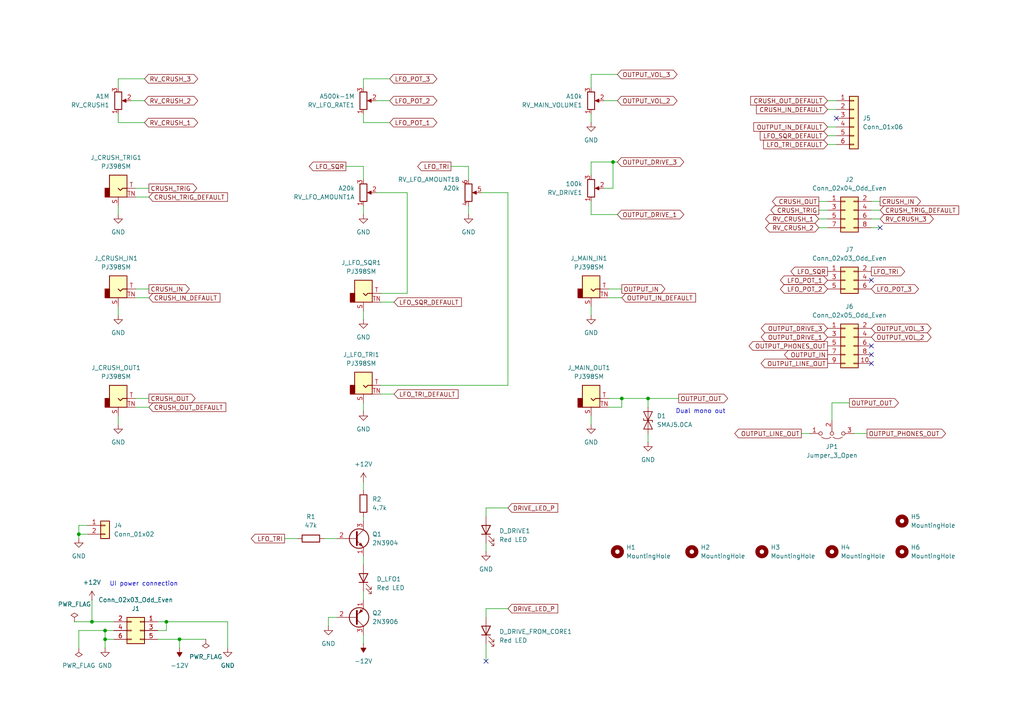
<source format=kicad_sch>
(kicad_sch (version 20250114) (generator "eeschema") (generator_version "9.0")
  (paper "A4")
  (title_block (title "Hog Moduleur Sidechain Mixer UI") (date "2025-10-24") (rev "v0.2") (company "Shmøergh"))
  (lib_symbols
    (symbol "Connector_Generic:Conn_01x02" (pin_names (offset 1.016) (hide yes))
      (property "Reference" "J" (at 0 2.54 0))
      (property "Value" "Conn_01x02" (at 0 -5.08 0))
      (symbol "Conn_01x02_1_1"
        (rectangle (start -1.27 1.27) (end 1.27 -3.81) (stroke (width 0.254)) (fill (type background)))
        (rectangle (start -1.27 0.127) (end 0 -0.127) (stroke (width 0.1524)))
        (rectangle (start -1.27 -2.413) (end 0 -2.667) (stroke (width 0.1524)))
        (pin passive line (at -5.08 0 0) (length 3.81) (name "Pin_1") (number "1"))
        (pin passive line (at -5.08 -2.54 0) (length 3.81) (name "Pin_2") (number "2"))
      )
    )
    (symbol "Connector_Generic:Conn_01x06" (pin_names (offset 1.016) (hide yes))
      (property "Reference" "J" (at 0 7.62 0))
      (property "Value" "Conn_01x06" (at 0 -10.16 0))
      (symbol "Conn_01x06_1_1"
        (rectangle (start -1.27 6.35) (end 1.27 -8.89) (stroke (width 0.254)) (fill (type background)))
        (rectangle (start -1.27 5.207) (end 0 4.953) (stroke (width 0.1524)))
        (rectangle (start -1.27 2.667) (end 0 2.413) (stroke (width 0.1524)))
        (rectangle (start -1.27 0.127) (end 0 -0.127) (stroke (width 0.1524)))
        (rectangle (start -1.27 -2.413) (end 0 -2.667) (stroke (width 0.1524)))
        (rectangle (start -1.27 -4.953) (end 0 -5.207) (stroke (width 0.1524)))
        (rectangle (start -1.27 -7.493) (end 0 -7.747) (stroke (width 0.1524)))
        (pin passive line (at -5.08 5.08 0) (length 3.81) (name "Pin_1") (number "1"))
        (pin passive line (at -5.08 2.54 0) (length 3.81) (name "Pin_2") (number "2"))
        (pin passive line (at -5.08 0 0) (length 3.81) (name "Pin_3") (number "3"))
        (pin passive line (at -5.08 -2.54 0) (length 3.81) (name "Pin_4") (number "4"))
        (pin passive line (at -5.08 -5.08 0) (length 3.81) (name "Pin_5") (number "5"))
        (pin passive line (at -5.08 -7.62 0) (length 3.81) (name "Pin_6") (number "6"))
      )
    )
    (symbol "Connector_Generic:Conn_02x03_Odd_Even" (pin_names (offset 1.016) (hide yes))
      (property "Reference" "J" (at 1.27 5.08 0))
      (property "Value" "Conn_02x03_Odd_Even" (at 1.27 -5.08 0))
      (symbol "Conn_02x03_Odd_Even_1_1"
        (rectangle (start -1.27 3.81) (end 3.81 -3.81) (stroke (width 0.254)) (fill (type background)))
        (rectangle (start -1.27 2.667) (end 0 2.413) (stroke (width 0.1524)))
        (rectangle (start -1.27 0.127) (end 0 -0.127) (stroke (width 0.1524)))
        (rectangle (start -1.27 -2.413) (end 0 -2.667) (stroke (width 0.1524)))
        (rectangle (start 3.81 2.667) (end 2.54 2.413) (stroke (width 0.1524)))
        (rectangle (start 3.81 0.127) (end 2.54 -0.127) (stroke (width 0.1524)))
        (rectangle (start 3.81 -2.413) (end 2.54 -2.667) (stroke (width 0.1524)))
        (pin passive line (at -5.08 2.54 0) (length 3.81) (name "Pin_1") (number "1"))
        (pin passive line (at -5.08 0 0) (length 3.81) (name "Pin_3") (number "3"))
        (pin passive line (at -5.08 -2.54 0) (length 3.81) (name "Pin_5") (number "5"))
        (pin passive line (at 7.62 2.54 180) (length 3.81) (name "Pin_2") (number "2"))
        (pin passive line (at 7.62 0 180) (length 3.81) (name "Pin_4") (number "4"))
        (pin passive line (at 7.62 -2.54 180) (length 3.81) (name "Pin_6") (number "6"))
      )
    )
    (symbol "Connector_Generic:Conn_02x04_Odd_Even" (pin_names (offset 1.016) (hide yes))
      (property "Reference" "J" (at 1.27 5.08 0))
      (property "Value" "Conn_02x04_Odd_Even" (at 1.27 -7.62 0))
      (symbol "Conn_02x04_Odd_Even_1_1"
        (rectangle (start -1.27 3.81) (end 3.81 -6.35) (stroke (width 0.254)) (fill (type background)))
        (rectangle (start -1.27 2.667) (end 0 2.413) (stroke (width 0.1524)))
        (rectangle (start -1.27 0.127) (end 0 -0.127) (stroke (width 0.1524)))
        (rectangle (start -1.27 -2.413) (end 0 -2.667) (stroke (width 0.1524)))
        (rectangle (start -1.27 -4.953) (end 0 -5.207) (stroke (width 0.1524)))
        (rectangle (start 3.81 2.667) (end 2.54 2.413) (stroke (width 0.1524)))
        (rectangle (start 3.81 0.127) (end 2.54 -0.127) (stroke (width 0.1524)))
        (rectangle (start 3.81 -2.413) (end 2.54 -2.667) (stroke (width 0.1524)))
        (rectangle (start 3.81 -4.953) (end 2.54 -5.207) (stroke (width 0.1524)))
        (pin passive line (at -5.08 2.54 0) (length 3.81) (name "Pin_1") (number "1"))
        (pin passive line (at -5.08 0 0) (length 3.81) (name "Pin_3") (number "3"))
        (pin passive line (at -5.08 -2.54 0) (length 3.81) (name "Pin_5") (number "5"))
        (pin passive line (at -5.08 -5.08 0) (length 3.81) (name "Pin_7") (number "7"))
        (pin passive line (at 7.62 2.54 180) (length 3.81) (name "Pin_2") (number "2"))
        (pin passive line (at 7.62 0 180) (length 3.81) (name "Pin_4") (number "4"))
        (pin passive line (at 7.62 -2.54 180) (length 3.81) (name "Pin_6") (number "6"))
        (pin passive line (at 7.62 -5.08 180) (length 3.81) (name "Pin_8") (number "8"))
      )
    )
    (symbol "Connector_Generic:Conn_02x05_Odd_Even" (pin_names (offset 1.016) (hide yes))
      (property "Reference" "J" (at 1.27 7.62 0))
      (property "Value" "Conn_02x05_Odd_Even" (at 1.27 -7.62 0))
      (symbol "Conn_02x05_Odd_Even_1_1"
        (rectangle (start -1.27 6.35) (end 3.81 -6.35) (stroke (width 0.254)) (fill (type background)))
        (rectangle (start -1.27 5.207) (end 0 4.953) (stroke (width 0.1524)))
        (rectangle (start -1.27 2.667) (end 0 2.413) (stroke (width 0.1524)))
        (rectangle (start -1.27 0.127) (end 0 -0.127) (stroke (width 0.1524)))
        (rectangle (start -1.27 -2.413) (end 0 -2.667) (stroke (width 0.1524)))
        (rectangle (start -1.27 -4.953) (end 0 -5.207) (stroke (width 0.1524)))
        (rectangle (start 3.81 5.207) (end 2.54 4.953) (stroke (width 0.1524)))
        (rectangle (start 3.81 2.667) (end 2.54 2.413) (stroke (width 0.1524)))
        (rectangle (start 3.81 0.127) (end 2.54 -0.127) (stroke (width 0.1524)))
        (rectangle (start 3.81 -2.413) (end 2.54 -2.667) (stroke (width 0.1524)))
        (rectangle (start 3.81 -4.953) (end 2.54 -5.207) (stroke (width 0.1524)))
        (pin passive line (at -5.08 5.08 0) (length 3.81) (name "Pin_1") (number "1"))
        (pin passive line (at -5.08 2.54 0) (length 3.81) (name "Pin_3") (number "3"))
        (pin passive line (at -5.08 0 0) (length 3.81) (name "Pin_5") (number "5"))
        (pin passive line (at -5.08 -2.54 0) (length 3.81) (name "Pin_7") (number "7"))
        (pin passive line (at -5.08 -5.08 0) (length 3.81) (name "Pin_9") (number "9"))
        (pin passive line (at 7.62 5.08 180) (length 3.81) (name "Pin_2") (number "2"))
        (pin passive line (at 7.62 2.54 180) (length 3.81) (name "Pin_4") (number "4"))
        (pin passive line (at 7.62 0 180) (length 3.81) (name "Pin_6") (number "6"))
        (pin passive line (at 7.62 -2.54 180) (length 3.81) (name "Pin_8") (number "8"))
        (pin passive line (at 7.62 -5.08 180) (length 3.81) (name "Pin_10") (number "10"))
      )
    )
    (symbol "Device:LED" (pin_numbers (hide yes)) (pin_names (offset 1.016) (hide yes))
      (property "Reference" "D" (at 0 2.54 0))
      (property "Value" "LED" (at 0 -2.54 0))
      (symbol "LED_0_1"
        (polyline (pts (xy -3.048 -0.762) (xy -4.572 -2.286) (xy -3.81 -2.286) (xy -4.572 -2.286) (xy -4.572 -1.524)))
        (polyline (pts (xy -1.778 -0.762) (xy -3.302 -2.286) (xy -2.54 -2.286) (xy -3.302 -2.286) (xy -3.302 -1.524)))
        (polyline (pts (xy -1.27 0) (xy 1.27 0)))
        (polyline (pts (xy -1.27 -1.27) (xy -1.27 1.27)) (stroke (width 0.254)))
        (polyline (pts (xy 1.27 -1.27) (xy 1.27 1.27) (xy -1.27 0) (xy 1.27 -1.27)) (stroke (width 0.254)))
      )
      (symbol "LED_1_1"
        (pin passive line (at -3.81 0 0) (length 2.54) (name "K") (number "1"))
        (pin passive line (at 3.81 0 180) (length 2.54) (name "A") (number "2"))
      )
    )
    (symbol "Device:R" (pin_numbers (hide yes)) (pin_names (offset 0))
      (property "Reference" "R" (at 2.032 0 90))
      (property "Value" "R" (at 0 0 90))
      (symbol "R_0_1"
        (rectangle (start -1.016 -2.54) (end 1.016 2.54) (stroke (width 0.254)))
      )
      (symbol "R_1_1"
        (pin passive line (at 0 3.81 270) (length 1.27) (name "~") (number "1"))
        (pin passive line (at 0 -3.81 90) (length 1.27) (name "~") (number "2"))
      )
    )
    (symbol "Device:R_Potentiometer" (pin_names (offset 1.016) (hide yes))
      (property "Reference" "RV" (at -4.445 0 90))
      (property "Value" "R_Potentiometer" (at -2.54 0 90))
      (symbol "R_Potentiometer_0_1"
        (rectangle (start 1.016 2.54) (end -1.016 -2.54) (stroke (width 0.254)))
        (polyline (pts (xy 1.143 0) (xy 2.286 0.508) (xy 2.286 -0.508) (xy 1.143 0)) (fill (type outline)))
        (polyline (pts (xy 2.54 0) (xy 1.524 0)))
      )
      (symbol "R_Potentiometer_1_1"
        (pin passive line (at 0 3.81 270) (length 1.27) (name "1") (number "1"))
        (pin passive line (at 0 -3.81 90) (length 1.27) (name "3") (number "3"))
        (pin passive line (at 3.81 0 180) (length 1.27) (name "2") (number "2"))
      )
    )
    (symbol "Device:R_Potentiometer_Dual_Separate" (pin_names (offset 1.016) (hide yes))
      (property "Reference" "RV" (at -4.445 0 90))
      (property "Value" "R_Potentiometer_Dual_Separate" (at -2.54 0 90))
      (symbol "R_Potentiometer_Dual_Separate_0_1"
        (rectangle (start 1.016 2.54) (end -1.016 -2.54) (stroke (width 0.254)))
        (polyline (pts (xy 1.143 0) (xy 2.286 0.508) (xy 2.286 -0.508) (xy 1.143 0)) (fill (type outline)))
        (polyline (pts (xy 2.54 0) (xy 1.524 0)))
      )
      (symbol "R_Potentiometer_Dual_Separate_1_1"
        (pin passive line (at 0 3.81 270) (length 1.27) (name "1") (number "1"))
        (pin passive line (at 0 -3.81 90) (length 1.27) (name "3") (number "3"))
        (pin passive line (at 3.81 0 180) (length 1.27) (name "2") (number "2"))
      )
      (symbol "R_Potentiometer_Dual_Separate_2_1"
        (pin passive line (at 0 3.81 270) (length 1.27) (name "4") (number "4"))
        (pin passive line (at 0 -3.81 90) (length 1.27) (name "6") (number "6"))
        (pin passive line (at 3.81 0 180) (length 1.27) (name "5") (number "5"))
      )
    )
    (symbol "Diode:SMAJ5.0CA" (pin_numbers (hide yes)) (pin_names (offset 1.016) (hide yes))
      (property "Reference" "D" (at 0 2.54 0))
      (property "Value" "SMAJ5.0CA" (at 0 -2.54 0))
      (symbol "SMAJ5.0CA_0_1"
        (polyline (pts (xy -2.54 -1.27) (xy 0 0) (xy -2.54 1.27) (xy -2.54 -1.27)) (stroke (width 0.2032)))
        (polyline (pts (xy 0.508 1.27) (xy 0 1.27) (xy 0 -1.27) (xy -0.508 -1.27)) (stroke (width 0.2032)))
        (polyline (pts (xy 1.27 0) (xy -1.27 0)))
        (polyline (pts (xy 2.54 1.27) (xy 2.54 -1.27) (xy 0 0) (xy 2.54 1.27)) (stroke (width 0.2032)))
      )
      (symbol "SMAJ5.0CA_1_1"
        (pin passive line (at -3.81 0 0) (length 2.54) (name "A1") (number "1"))
        (pin passive line (at 3.81 0 180) (length 2.54) (name "A2") (number "2"))
      )
    )
    (symbol "Jumper:Jumper_3_Open" (pin_names (offset 0) (hide yes)) (in_bom no)
      (property "Reference" "JP" (at -2.54 -2.54 0))
      (property "Value" "Jumper_3_Open" (at 0 2.794 0))
      (symbol "Jumper_3_Open_0_0"
        (circle (center -3.302 0) (radius 0.508))
        (circle (center 0 0) (radius 0.508))
        (circle (center 3.302 0) (radius 0.508))
      )
      (symbol "Jumper_3_Open_0_1"
        (arc (start -3.048 1.016) (mid -1.651 1.4992) (end -0.254 1.016))
        (polyline (pts (xy 0 -0.508) (xy 0 -1.27)))
        (arc (start 0.254 1.016) (mid 1.651 1.4992) (end 3.048 1.016))
      )
      (symbol "Jumper_3_Open_1_1"
        (pin passive line (at -6.35 0 0) (length 2.54) (name "A") (number "1"))
        (pin passive line (at 0 -3.81 90) (length 2.54) (name "C") (number "2"))
        (pin passive line (at 6.35 0 180) (length 2.54) (name "B") (number "3"))
      )
    )
    (symbol "Mechanical:MountingHole" (pin_names (offset 1.016)) (in_bom no)
      (property "Reference" "H" (at 0 5.08 0))
      (property "Value" "MountingHole" (at 0 3.175 0))
      (symbol "MountingHole_0_1"
        (circle (center 0 0) (radius 1.27) (stroke (width 1.27)))
      )
    )
    (symbol "Shmoergh-Custom-Components:AudioJack2_Thonkiconn_S"
      (property "Reference" "J" (at 0 8.89 0))
      (property "Value" "AudioJack2_Thonkiconn" (at 0 6.35 0))
      (symbol "AudioJack2_Thonkiconn_S_0_1"
        (rectangle (start -2.54 -2.54) (end -3.81 0) (stroke (width 0.254)) (fill (type outline)))
        (polyline (pts (xy 0 0) (xy 0.635 -0.635) (xy 1.27 0) (xy 2.54 0)) (stroke (width 0.254)))
        (rectangle (start 2.54 3.81) (end -2.54 -2.54) (stroke (width 0.254)) (fill (type background)))
      )
      (symbol "AudioJack2_Thonkiconn_S_1_1"
        (pin passive line (at 0 -5.08 90) (length 2.54) (name "~") (number "S"))
        (pin bidirectional line (at 5.08 0 180) (length 2.54) (name "~") (number "T"))
        (pin passive line (at 5.08 -2.54 180) (length 2.54) (name "~") (number "TN"))
      )
    )
    (symbol "Transistor_BJT:2N3904" (pin_names (offset 0) (hide yes))
      (property "Reference" "Q" (at 5.08 1.905 0))
      (property "Value" "2N3904" (at 5.08 0 0))
      (symbol "2N3904_0_1"
        (polyline (pts (xy -2.54 0) (xy 0.635 0)))
        (polyline (pts (xy 0.635 1.905) (xy 0.635 -1.905)) (stroke (width 0.508)))
        (circle (center 1.27 0) (radius 2.8194) (stroke (width 0.254)))
      )
      (symbol "2N3904_1_1"
        (polyline (pts (xy 0.635 0.635) (xy 2.54 2.54)))
        (polyline (pts (xy 0.635 -0.635) (xy 2.54 -2.54)))
        (polyline (pts (xy 1.27 -1.778) (xy 1.778 -1.27) (xy 2.286 -2.286) (xy 1.27 -1.778)) (fill (type outline)))
        (pin input line (at -5.08 0 0) (length 2.54) (name "B") (number "2"))
        (pin passive line (at 2.54 5.08 270) (length 2.54) (name "C") (number "3"))
        (pin passive line (at 2.54 -5.08 90) (length 2.54) (name "E") (number "1"))
      )
    )
    (symbol "Transistor_BJT:2N3906" (pin_names (offset 0) (hide yes))
      (property "Reference" "Q" (at 5.08 1.905 0))
      (property "Value" "2N3906" (at 5.08 0 0))
      (symbol "2N3906_0_1"
        (polyline (pts (xy -2.54 0) (xy 0.635 0)))
        (polyline (pts (xy 0.635 1.905) (xy 0.635 -1.905)) (stroke (width 0.508)))
        (polyline (pts (xy 0.635 0.635) (xy 2.54 2.54)))
        (polyline (pts (xy 0.635 -0.635) (xy 2.54 -2.54)))
        (circle (center 1.27 0) (radius 2.8194) (stroke (width 0.254)))
        (polyline (pts (xy 2.286 -1.778) (xy 1.778 -2.286) (xy 1.27 -1.27) (xy 2.286 -1.778)) (fill (type outline)))
      )
      (symbol "2N3906_1_1"
        (pin input line (at -5.08 0 0) (length 2.54) (name "B") (number "2"))
        (pin passive line (at 2.54 5.08 270) (length 2.54) (name "C") (number "3"))
        (pin passive line (at 2.54 -5.08 90) (length 2.54) (name "E") (number "1"))
      )
    )
    (symbol "power:+12V" (power) (pin_numbers (hide yes)) (pin_names (offset 0) (hide yes))
      (property "Value" "+12V" (at 0 3.556 0))
      (symbol "+12V_0_1"
        (polyline (pts (xy -0.762 1.27) (xy 0 2.54)))
        (polyline (pts (xy 0 2.54) (xy 0.762 1.27)))
        (polyline (pts (xy 0 0) (xy 0 2.54)))
      )
      (symbol "+12V_1_1"
        (pin power_in line (at 0 0 90) (length 0) (name "~") (number "1"))
      )
    )
    (symbol "power:-12V" (power) (pin_numbers (hide yes)) (pin_names (offset 0) (hide yes))
      (property "Value" "-12V" (at 0 3.556 0))
      (symbol "-12V_0_0"
        (pin power_in line (at 0 0 90) (length 0) (name "~") (number "1"))
      )
      (symbol "-12V_0_1"
        (polyline (pts (xy 0 0) (xy 0 1.27) (xy 0.762 1.27) (xy 0 2.54) (xy -0.762 1.27) (xy 0 1.27)) (fill (type outline)))
      )
    )
    (symbol "power:GND" (power) (pin_numbers (hide yes)) (pin_names (offset 0) (hide yes))
      (property "Value" "GND" (at 0 -3.81 0))
      (symbol "GND_0_1"
        (polyline (pts (xy 0 0) (xy 0 -1.27) (xy 1.27 -1.27) (xy 0 -2.54) (xy -1.27 -1.27) (xy 0 -1.27)))
      )
      (symbol "GND_1_1"
        (pin power_in line (at 0 0 270) (length 0) (name "~") (number "1"))
      )
    )
    (symbol "power:PWR_FLAG" (power) (pin_numbers (hide yes)) (pin_names (offset 0) (hide yes))
      (property "Value" "PWR_FLAG" (at 0 3.81 0))
      (symbol "PWR_FLAG_0_0"
        (pin power_out line (at 0 0 90) (length 0) (name "~") (number "1"))
      )
      (symbol "PWR_FLAG_0_1"
        (polyline (pts (xy 0 0) (xy 0 1.27) (xy -1.016 1.905) (xy 0 2.54) (xy 1.016 1.905) (xy 0 1.27)))
      )
    )
  )
  (text "Dual mono out" (at 203.2 119.38 0) (effects (font (size 1.27 1.27))))
  (text "UI power connection" (at 31.75 170.18 0) (effects (font (size 1.27 1.27)) (justify left bottom)))
  (junction (at 177.8 46.99))
  (junction (at 22.86 154.94))
  (junction (at 30.48 182.88))
  (junction (at 180.34 115.57))
  (junction (at 52.07 185.42))
  (junction (at 187.96 115.57))
  (junction (at 48.26 180.34))
  (junction (at 26.67 180.34))
  (junction (at 30.48 185.42))
  (no_connect (at 140.97 191.77))
  (no_connect (at 252.73 81.28))
  (no_connect (at 255.27 66.04))
  (no_connect (at 242.57 34.29))
  (no_connect (at 252.73 102.87))
  (no_connect (at 252.73 105.41))
  (no_connect (at 252.73 100.33))
  (wire (pts (xy 246.38 116.84) (xy 241.3 116.84)))
  (wire (pts (xy 114.3 87.63) (xy 110.49 87.63)))
  (wire (pts (xy 255.27 60.96) (xy 252.73 60.96)))
  (wire (pts (xy 187.96 115.57) (xy 196.85 115.57)))
  (wire (pts (xy 52.07 187.96) (xy 52.07 185.42)))
  (wire (pts (xy 237.49 58.42) (xy 240.03 58.42)))
  (wire (pts (xy 105.41 22.86) (xy 105.41 25.4)))
  (wire (pts (xy 105.41 173.99) (xy 105.41 171.45)))
  (wire (pts (xy 237.49 66.04) (xy 240.03 66.04)))
  (wire (pts (xy 113.03 22.86) (xy 105.41 22.86)))
  (wire (pts (xy 105.41 149.86) (xy 105.41 151.13)))
  (wire (pts (xy 43.18 118.11) (xy 39.37 118.11)))
  (wire (pts (xy 59.69 185.42) (xy 52.07 185.42)))
  (wire (pts (xy 135.89 59.69) (xy 135.89 62.23)))
  (wire (pts (xy 100.33 48.26) (xy 105.41 48.26)))
  (wire (pts (xy 45.72 185.42) (xy 52.07 185.42)))
  (wire (pts (xy 39.37 83.82) (xy 43.18 83.82)))
  (wire (pts (xy 240.03 41.91) (xy 242.57 41.91)))
  (wire (pts (xy 237.49 63.5) (xy 240.03 63.5)))
  (wire (pts (xy 171.45 62.23) (xy 171.45 58.42)))
  (wire (pts (xy 105.41 59.69) (xy 105.41 62.23)))
  (wire (pts (xy 22.86 154.94) (xy 25.4 154.94)))
  (wire (pts (xy 34.29 22.86) (xy 34.29 25.4)))
  (wire (pts (xy 43.18 57.15) (xy 39.37 57.15)))
  (wire (pts (xy 176.53 115.57) (xy 180.34 115.57)))
  (wire (pts (xy 180.34 115.57) (xy 187.96 115.57)))
  (wire (pts (xy 105.41 163.83) (xy 105.41 161.29)))
  (wire (pts (xy 26.67 180.34) (xy 33.02 180.34)))
  (wire (pts (xy 39.37 54.61) (xy 43.18 54.61)))
  (wire (pts (xy 240.03 31.75) (xy 242.57 31.75)))
  (wire (pts (xy 255.27 58.42) (xy 252.73 58.42)))
  (wire (pts (xy 82.55 156.21) (xy 86.36 156.21)))
  (wire (pts (xy 147.32 55.88) (xy 147.32 111.76)))
  (wire (pts (xy 25.4 152.4) (xy 22.86 152.4)))
  (wire (pts (xy 43.18 86.36) (xy 39.37 86.36)))
  (wire (pts (xy 105.41 90.17) (xy 105.41 92.71)))
  (wire (pts (xy 93.98 156.21) (xy 97.79 156.21)))
  (wire (pts (xy 171.45 120.65) (xy 171.45 123.19)))
  (wire (pts (xy 105.41 48.26) (xy 105.41 52.07)))
  (wire (pts (xy 114.3 114.3) (xy 110.49 114.3)))
  (wire (pts (xy 187.96 128.27) (xy 187.96 125.73)))
  (wire (pts (xy 105.41 116.84) (xy 105.41 119.38)))
  (wire (pts (xy 187.96 115.57) (xy 187.96 118.11)))
  (wire (pts (xy 240.03 36.83) (xy 242.57 36.83)))
  (wire (pts (xy 109.22 29.21) (xy 113.03 29.21)))
  (wire (pts (xy 171.45 88.9) (xy 171.45 91.44)))
  (wire (pts (xy 109.22 55.88) (xy 118.11 55.88)))
  (wire (pts (xy 22.86 152.4) (xy 22.86 154.94)))
  (wire (pts (xy 39.37 115.57) (xy 43.18 115.57)))
  (wire (pts (xy 26.67 173.99) (xy 26.67 180.34)))
  (wire (pts (xy 110.49 111.76) (xy 147.32 111.76)))
  (wire (pts (xy 176.53 83.82) (xy 180.34 83.82)))
  (wire (pts (xy 34.29 35.56) (xy 34.29 33.02)))
  (wire (pts (xy 139.7 55.88) (xy 147.32 55.88)))
  (wire (pts (xy 255.27 66.04) (xy 252.73 66.04)))
  (wire (pts (xy 48.26 180.34) (xy 45.72 180.34)))
  (wire (pts (xy 21.59 180.34) (xy 26.67 180.34)))
  (wire (pts (xy 140.97 147.32) (xy 140.97 149.86)))
  (wire (pts (xy 255.27 63.5) (xy 252.73 63.5)))
  (wire (pts (xy 22.86 182.88) (xy 30.48 182.88)))
  (wire (pts (xy 105.41 139.7) (xy 105.41 142.24)))
  (wire (pts (xy 110.49 85.09) (xy 118.11 85.09)))
  (wire (pts (xy 179.07 29.21) (xy 175.26 29.21)))
  (wire (pts (xy 41.91 22.86) (xy 34.29 22.86)))
  (wire (pts (xy 179.07 46.99) (xy 177.8 46.99)))
  (wire (pts (xy 66.04 187.96) (xy 66.04 180.34)))
  (wire (pts (xy 48.26 182.88) (xy 48.26 180.34)))
  (wire (pts (xy 140.97 160.02) (xy 140.97 157.48)))
  (wire (pts (xy 240.03 39.37) (xy 242.57 39.37)))
  (wire (pts (xy 38.1 29.21) (xy 41.91 29.21)))
  (wire (pts (xy 240.03 29.21) (xy 242.57 29.21)))
  (wire (pts (xy 180.34 86.36) (xy 176.53 86.36)))
  (wire (pts (xy 105.41 186.69) (xy 105.41 184.15)))
  (wire (pts (xy 33.02 185.42) (xy 30.48 185.42)))
  (wire (pts (xy 95.25 179.07) (xy 95.25 181.61)))
  (wire (pts (xy 171.45 46.99) (xy 171.45 50.8)))
  (wire (pts (xy 113.03 35.56) (xy 105.41 35.56)))
  (wire (pts (xy 179.07 21.59) (xy 171.45 21.59)))
  (wire (pts (xy 34.29 59.69) (xy 34.29 62.23)))
  (wire (pts (xy 97.79 179.07) (xy 95.25 179.07)))
  (wire (pts (xy 171.45 21.59) (xy 171.45 25.4)))
  (wire (pts (xy 237.49 60.96) (xy 240.03 60.96)))
  (wire (pts (xy 41.91 35.56) (xy 34.29 35.56)))
  (wire (pts (xy 180.34 115.57) (xy 180.34 118.11)))
  (wire (pts (xy 66.04 180.34) (xy 48.26 180.34)))
  (wire (pts (xy 179.07 62.23) (xy 171.45 62.23)))
  (wire (pts (xy 30.48 182.88) (xy 33.02 182.88)))
  (wire (pts (xy 175.26 54.61) (xy 177.8 54.61)))
  (wire (pts (xy 34.29 120.65) (xy 34.29 123.19)))
  (wire (pts (xy 171.45 35.56) (xy 171.45 33.02)))
  (wire (pts (xy 140.97 176.53) (xy 147.32 176.53)))
  (wire (pts (xy 30.48 185.42) (xy 30.48 182.88)))
  (wire (pts (xy 177.8 54.61) (xy 177.8 46.99)))
  (wire (pts (xy 22.86 187.96) (xy 22.86 182.88)))
  (wire (pts (xy 118.11 55.88) (xy 118.11 85.09)))
  (wire (pts (xy 247.65 125.73) (xy 251.46 125.73)))
  (wire (pts (xy 22.86 154.94) (xy 22.86 156.21)))
  (wire (pts (xy 30.48 187.96) (xy 30.48 185.42)))
  (wire (pts (xy 180.34 118.11) (xy 176.53 118.11)))
  (wire (pts (xy 105.41 35.56) (xy 105.41 33.02)))
  (wire (pts (xy 45.72 182.88) (xy 48.26 182.88)))
  (wire (pts (xy 140.97 191.77) (xy 140.97 186.69)))
  (wire (pts (xy 177.8 46.99) (xy 171.45 46.99)))
  (wire (pts (xy 140.97 147.32) (xy 147.32 147.32)))
  (wire (pts (xy 135.89 48.26) (xy 135.89 52.07)))
  (wire (pts (xy 232.41 125.73) (xy 234.95 125.73)))
  (wire (pts (xy 241.3 116.84) (xy 241.3 121.92)))
  (wire (pts (xy 34.29 88.9) (xy 34.29 91.44)))
  (wire (pts (xy 130.81 48.26) (xy 135.89 48.26)))
  (wire (pts (xy 140.97 176.53) (xy 140.97 179.07)))
  (global_label "LFO_SQR_DEFAULT" (shape input) (at 240.03 39.37 180) (property "Intersheetrefs" "${INTERSHEET_REFS}" (effects (hide yes))))
  (global_label "RV_CRUSH_1" (shape bidirectional) (at 41.91 35.56 0) (property "Intersheetrefs" "${INTERSHEET_REFS}" (effects (hide yes))))
  (global_label "OUTPUT_DRIVE_1" (shape bidirectional) (at 240.03 97.79 180) (property "Intersheetrefs" "${INTERSHEET_REFS}" (effects (hide yes))))
  (global_label "LFO_TRI" (shape output) (at 252.73 78.74 0) (property "Intersheetrefs" "${INTERSHEET_REFS}" (effects (hide yes))))
  (global_label "OUTPUT_OUT" (shape output) (at 196.85 115.57 0) (property "Intersheetrefs" "${INTERSHEET_REFS}" (effects (hide yes))))
  (global_label "RV_CRUSH_3" (shape bidirectional) (at 255.27 63.5 0) (property "Intersheetrefs" "${INTERSHEET_REFS}" (effects (hide yes))))
  (global_label "OUTPUT_VOL_2" (shape bidirectional) (at 252.73 97.79 0) (property "Intersheetrefs" "${INTERSHEET_REFS}" (effects (hide yes))))
  (global_label "CRUSH_TRIG_DEFAULT" (shape input) (at 255.27 60.96 0) (property "Intersheetrefs" "${INTERSHEET_REFS}" (effects (hide yes))))
  (global_label "CRUSH_OUT_DEFAULT" (shape input) (at 240.03 29.21 180) (property "Intersheetrefs" "${INTERSHEET_REFS}" (effects (hide yes))))
  (global_label "CRUSH_TRIG" (shape output) (at 237.49 60.96 180) (property "Intersheetrefs" "${INTERSHEET_REFS}" (effects (hide yes))))
  (global_label "RV_CRUSH_2" (shape bidirectional) (at 237.49 66.04 180) (property "Intersheetrefs" "${INTERSHEET_REFS}" (effects (hide yes))))
  (global_label "OUTPUT_PHONES_OUT" (shape output) (at 240.03 100.33 180) (property "Intersheetrefs" "${INTERSHEET_REFS}" (effects (hide yes))))
  (global_label "RV_CRUSH_2" (shape bidirectional) (at 41.91 29.21 0) (property "Intersheetrefs" "${INTERSHEET_REFS}" (effects (hide yes))))
  (global_label "LFO_POT_1" (shape bidirectional) (at 240.03 81.28 180) (property "Intersheetrefs" "${INTERSHEET_REFS}" (effects (hide yes))))
  (global_label "CRUSH_IN_DEFAULT" (shape input) (at 43.18 86.36 0) (property "Intersheetrefs" "${INTERSHEET_REFS}" (effects (hide yes))))
  (global_label "LFO_TRI" (shape output) (at 82.55 156.21 180) (property "Intersheetrefs" "${INTERSHEET_REFS}" (effects (hide yes))))
  (global_label "LFO_POT_1" (shape bidirectional) (at 113.03 35.56 0) (property "Intersheetrefs" "${INTERSHEET_REFS}" (effects (hide yes))))
  (global_label "OUTPUT_DRIVE_3" (shape bidirectional) (at 240.03 95.25 180) (property "Intersheetrefs" "${INTERSHEET_REFS}" (effects (hide yes))))
  (global_label "CRUSH_IN" (shape output) (at 43.18 83.82 0) (property "Intersheetrefs" "${INTERSHEET_REFS}" (effects (hide yes))))
  (global_label "DRIVE_LED_P" (shape input) (at 147.32 176.53 0) (property "Intersheetrefs" "${INTERSHEET_REFS}" (effects (hide yes))))
  (global_label "LFO_TRI_DEFAULT" (shape input) (at 240.03 41.91 180) (property "Intersheetrefs" "${INTERSHEET_REFS}" (effects (hide yes))))
  (global_label "LFO_POT_3" (shape bidirectional) (at 252.73 83.82 0) (property "Intersheetrefs" "${INTERSHEET_REFS}" (effects (hide yes))))
  (global_label "OUTPUT_IN" (shape output) (at 240.03 102.87 180) (property "Intersheetrefs" "${INTERSHEET_REFS}" (effects (hide yes))))
  (global_label "OUTPUT_LINE_OUT" (shape output) (at 240.03 105.41 180) (property "Intersheetrefs" "${INTERSHEET_REFS}" (effects (hide yes))))
  (global_label "OUTPUT_IN_DEFAULT" (shape input) (at 240.03 36.83 180) (property "Intersheetrefs" "${INTERSHEET_REFS}" (effects (hide yes))))
  (global_label "CRUSH_IN" (shape output) (at 255.27 58.42 0) (property "Intersheetrefs" "${INTERSHEET_REFS}" (effects (hide yes))))
  (global_label "LFO_SQR" (shape output) (at 240.03 78.74 180) (property "Intersheetrefs" "${INTERSHEET_REFS}" (effects (hide yes))))
  (global_label "OUTPUT_OUT" (shape output) (at 246.38 116.84 0) (property "Intersheetrefs" "${INTERSHEET_REFS}" (effects (hide yes))))
  (global_label "LFO_SQR_DEFAULT" (shape input) (at 114.3 87.63 0) (property "Intersheetrefs" "${INTERSHEET_REFS}" (effects (hide yes))))
  (global_label "RV_CRUSH_3" (shape bidirectional) (at 41.91 22.86 0) (property "Intersheetrefs" "${INTERSHEET_REFS}" (effects (hide yes))))
  (global_label "OUTPUT_DRIVE_1" (shape bidirectional) (at 179.07 62.23 0) (property "Intersheetrefs" "${INTERSHEET_REFS}" (effects (hide yes))))
  (global_label "CRUSH_TRIG" (shape output) (at 43.18 54.61 0) (property "Intersheetrefs" "${INTERSHEET_REFS}" (effects (hide yes))))
  (global_label "CRUSH_OUT_DEFAULT" (shape input) (at 43.18 118.11 0) (property "Intersheetrefs" "${INTERSHEET_REFS}" (effects (hide yes))))
  (global_label "CRUSH_TRIG_DEFAULT" (shape input) (at 43.18 57.15 0) (property "Intersheetrefs" "${INTERSHEET_REFS}" (effects (hide yes))))
  (global_label "LFO_TRI" (shape output) (at 130.81 48.26 180) (property "Intersheetrefs" "${INTERSHEET_REFS}" (effects (hide yes))))
  (global_label "OUTPUT_PHONES_OUT" (shape output) (at 251.46 125.73 0) (property "Intersheetrefs" "${INTERSHEET_REFS}" (effects (hide yes))))
  (global_label "LFO_POT_2" (shape bidirectional) (at 240.03 83.82 180) (property "Intersheetrefs" "${INTERSHEET_REFS}" (effects (hide yes))))
  (global_label "CRUSH_OUT" (shape output) (at 237.49 58.42 180) (property "Intersheetrefs" "${INTERSHEET_REFS}" (effects (hide yes))))
  (global_label "OUTPUT_VOL_3" (shape bidirectional) (at 179.07 21.59 0) (property "Intersheetrefs" "${INTERSHEET_REFS}" (effects (hide yes))))
  (global_label "CRUSH_IN_DEFAULT" (shape input) (at 240.03 31.75 180) (property "Intersheetrefs" "${INTERSHEET_REFS}" (effects (hide yes))))
  (global_label "OUTPUT_DRIVE_3" (shape bidirectional) (at 179.07 46.99 0) (property "Intersheetrefs" "${INTERSHEET_REFS}" (effects (hide yes))))
  (global_label "RV_CRUSH_1" (shape bidirectional) (at 237.49 63.5 180) (property "Intersheetrefs" "${INTERSHEET_REFS}" (effects (hide yes))))
  (global_label "LFO_SQR" (shape output) (at 100.33 48.26 180) (property "Intersheetrefs" "${INTERSHEET_REFS}" (effects (hide yes))))
  (global_label "OUTPUT_VOL_3" (shape bidirectional) (at 252.73 95.25 0) (property "Intersheetrefs" "${INTERSHEET_REFS}" (effects (hide yes))))
  (global_label "LFO_POT_2" (shape bidirectional) (at 113.03 29.21 0) (property "Intersheetrefs" "${INTERSHEET_REFS}" (effects (hide yes))))
  (global_label "DRIVE_LED_P" (shape input) (at 147.32 147.32 0) (property "Intersheetrefs" "${INTERSHEET_REFS}" (effects (hide yes))))
  (global_label "OUTPUT_IN" (shape output) (at 180.34 83.82 0) (property "Intersheetrefs" "${INTERSHEET_REFS}" (effects (hide yes))))
  (global_label "OUTPUT_LINE_OUT" (shape output) (at 232.41 125.73 180) (property "Intersheetrefs" "${INTERSHEET_REFS}" (effects (hide yes))))
  (global_label "OUTPUT_IN_DEFAULT" (shape input) (at 180.34 86.36 0) (property "Intersheetrefs" "${INTERSHEET_REFS}" (effects (hide yes))))
  (global_label "OUTPUT_VOL_2" (shape bidirectional) (at 179.07 29.21 0) (property "Intersheetrefs" "${INTERSHEET_REFS}" (effects (hide yes))))
  (global_label "LFO_POT_3" (shape bidirectional) (at 113.03 22.86 0) (property "Intersheetrefs" "${INTERSHEET_REFS}" (effects (hide yes))))
  (global_label "CRUSH_OUT" (shape output) (at 43.18 115.57 0) (property "Intersheetrefs" "${INTERSHEET_REFS}" (effects (hide yes))))
  (global_label "LFO_TRI_DEFAULT" (shape input) (at 114.3 114.3 0) (property "Intersheetrefs" "${INTERSHEET_REFS}" (effects (hide yes))))
  (symbol (lib_id "power:+12V") (at 26.67 173.99 0) (unit 1)
    (property "Reference" "#PWR01" (effects (hide yes)))
    (property "Value" "+12V" (at 26.67 168.91 0))
    (property "Description" "Power symbol creates a global label with name \"+12V\"" (effects (hide yes)))
  )
  (symbol (lib_id "power:GND") (at 105.41 62.23 0) (unit 1)
    (property "Reference" "#PWR015" (effects (hide yes)))
    (property "Value" "GND" (at 105.41 67.31 0))
    (property "Description" "Power symbol creates a global label with name \"GND\" , ground" (effects (hide yes)))
  )
  (symbol (lib_id "power:+12V") (at 105.41 139.7 0) (unit 1)
    (property "Reference" "#PWR017" (effects (hide yes)))
    (property "Value" "+12V" (at 105.41 134.62 0))
    (property "Description" "Power symbol creates a global label with name \"+12V\"" (effects (hide yes)))
  )
  (symbol (lib_id "power:GND") (at 34.29 91.44 0) (unit 1)
    (property "Reference" "#PWR02" (effects (hide yes)))
    (property "Value" "GND" (at 34.29 96.52 0))
    (property "Description" "Power symbol creates a global label with name \"GND\" , ground" (effects (hide yes)))
  )
  (symbol (lib_id "Device:R_Potentiometer") (at 171.45 54.61 0) (mirror x) (unit 1)
    (property "Reference" "RV_DRIVE1" (at 168.91 55.8801 0) (effects (justify right)))
    (property "Value" "100k" (at 168.91 53.3401 0) (effects (justify right)))
    (property "Footprint" "Shmoergh_Custom_Footprints:Potentiometer_Bourns_Single-PTV09A" (effects (hide yes)))
    (property "Description" "Potentiometer" (effects (hide yes)))
    (property "Part URL" "https://mou.sr/4694GMU" (effects (hide yes)))
    (property "Vendor" "Mouser" (effects (hide yes)))
    (property "Part no." "652-PTV09A4025FB104" (effects (hide yes)))
  )
  (symbol (lib_id "power:GND") (at 171.45 35.56 0) (unit 1)
    (property "Reference" "#PWR014" (effects (hide yes)))
    (property "Value" "GND" (at 171.45 40.64 0))
    (property "Description" "Power symbol creates a global label with name \"GND\" , ground" (effects (hide yes)))
  )
  (symbol (lib_id "power:GND") (at 140.97 160.02 0) (unit 1)
    (property "Reference" "#PWR019" (effects (hide yes)))
    (property "Value" "GND" (at 140.97 165.1 0))
    (property "Description" "Power symbol creates a global label with name \"GND\" , ground" (effects (hide yes)))
  )
  (symbol (lib_id "Device:LED") (at 105.41 167.64 90) (unit 1)
    (property "Reference" "D_LFO1" (at 109.22 167.9574 90) (effects (justify right)))
    (property "Value" "Red LED" (at 109.22 170.4974 90) (effects (justify right)))
    (property "Footprint" "LED_THT:LED_D3.0mm" (effects (hide yes)))
    (property "Description" "Light emitting diode" (effects (hide yes)))
    (property "Sim.Pins" "1=K 2=A" (effects (hide yes)))
  )
  (symbol (lib_id "Connector_Generic:Conn_02x03_Odd_Even") (at 245.11 81.28 0) (unit 1)
    (property "Reference" "J7" (at 246.38 72.39 0))
    (property "Value" "Conn_02x03_Odd_Even" (at 246.38 74.93 0))
    (property "Footprint" "Connector_PinSocket_2.54mm:PinSocket_2x03_P2.54mm_Vertical" (effects (hide yes)))
    (property "Description" "Generic connector, double row, 02x03, odd/even pin numbering scheme (row 1 odd numbers, row 2 even numbers), script generated (kicad-library-utils/schlib/autogen/connector/)" (effects (hide yes)))
    (property "Part URL" "https://mou.sr/3GIDVEr" (effects (hide yes)))
    (property "Vendor" "Mouser" (effects (hide yes)))
    (property "Part no." "200-SSW10301TD" (effects (hide yes)))
  )
  (symbol (lib_id "power:GND") (at 34.29 123.19 0) (unit 1)
    (property "Reference" "#PWR03" (effects (hide yes)))
    (property "Value" "GND" (at 34.29 128.27 0))
    (property "Description" "Power symbol creates a global label with name \"GND\" , ground" (effects (hide yes)))
  )
  (symbol (lib_id "power:-12V") (at 52.07 187.96 180) (unit 1)
    (property "Reference" "#PWR07" (effects (hide yes)))
    (property "Value" "-12V" (at 52.07 193.04 0))
    (property "Description" "Power symbol creates a global label with name \"-12V\"" (effects (hide yes)))
  )
  (symbol (lib_id "Shmoergh-Custom-Components:AudioJack2_Thonkiconn_S") (at 171.45 83.82 0) (unit 1)
    (property "Reference" "J_MAIN_IN1" (at 170.815 74.93 0))
    (property "Value" "PJ398SM" (at 170.815 77.47 0))
    (property "Footprint" "Shmoergh_Custom_Footprints:Jack_3.5mm_QingPu_WQP-PJ398SM_Vertical_CircularHoles" (effects (hide yes)))
    (property "Description" "Audio Jack, 2 Poles (Mono / TS), Grounded Sleeve" (effects (hide yes)))
    (property "Part URL" "https://www.thonk.co.uk/shop/thonkiconn/" (effects (hide yes)))
    (property "Vendor" "Thonk" (effects (hide yes)))
    (property "Part no." "PJ398SM" (effects (hide yes)))
  )
  (symbol (lib_id "Mechanical:MountingHole") (at 261.62 160.02 0) (unit 1) (in_bom no)
    (property "Reference" "H6" (at 264.16 158.7499 0) (effects (justify left)))
    (property "Value" "MountingHole" (at 264.16 161.2899 0) (effects (justify left)))
    (property "Footprint" "MountingHole:MountingHole_3.2mm_M3_DIN965_Pad" (effects (hide yes)))
    (property "Description" "Mounting Hole without connection" (effects (hide yes)))
    (property "Vendor" "-" (effects (hide yes)))
  )
  (symbol (lib_id "Connector_Generic:Conn_02x03_Odd_Even") (at 40.64 182.88 0) (mirror y) (unit 1)
    (property "Reference" "J1" (at 39.37 176.53 0))
    (property "Value" "Conn_02x03_Odd_Even" (at 39.37 173.99 0))
    (property "Footprint" "Connector_PinSocket_2.54mm:PinSocket_2x03_P2.54mm_Vertical" (effects (hide yes)))
    (property "Description" "Generic connector, double row, 02x03, odd/even pin numbering scheme (row 1 odd numbers, row 2 even numbers), script generated (kicad-library-utils/schlib/autogen/connector/)" (effects (hide yes)))
    (property "Part URL" "https://mou.sr/3GIDVEr" (effects (hide yes)))
    (property "Vendor" "Mouser" (effects (hide yes)))
    (property "Part no." "200-SSW10301TD" (effects (hide yes)))
  )
  (symbol (lib_id "power:GND") (at 34.29 62.23 0) (unit 1)
    (property "Reference" "#PWR010" (effects (hide yes)))
    (property "Value" "GND" (at 34.29 67.31 0))
    (property "Description" "Power symbol creates a global label with name \"GND\" , ground" (effects (hide yes)))
  )
  (symbol (lib_id "Shmoergh-Custom-Components:AudioJack2_Thonkiconn_S") (at 34.29 54.61 0) (unit 1)
    (property "Reference" "J_CRUSH_TRIG1" (at 33.655 45.72 0))
    (property "Value" "PJ398SM" (at 33.655 48.26 0))
    (property "Footprint" "Shmoergh_Custom_Footprints:Jack_3.5mm_QingPu_WQP-PJ398SM_Vertical_CircularHoles" (effects (hide yes)))
    (property "Description" "Audio Jack, 2 Poles (Mono / TS), Grounded Sleeve" (effects (hide yes)))
    (property "Part URL" "https://www.thonk.co.uk/shop/thonkiconn/" (effects (hide yes)))
    (property "Vendor" "Thonk" (effects (hide yes)))
    (property "Part no." "PJ398SM" (effects (hide yes)))
  )
  (symbol (lib_id "Mechanical:MountingHole") (at 200.66 160.02 0) (unit 1) (in_bom no)
    (property "Reference" "H2" (at 203.2 158.7499 0) (effects (justify left)))
    (property "Value" "MountingHole" (at 203.2 161.2899 0) (effects (justify left)))
    (property "Footprint" "MountingHole:MountingHole_3.2mm_M3_DIN965_Pad" (effects (hide yes)))
    (property "Description" "Mounting Hole without connection" (effects (hide yes)))
    (property "Vendor" "-" (effects (hide yes)))
  )
  (symbol (lib_id "power:GND") (at 105.41 119.38 0) (unit 1)
    (property "Reference" "#PWR06" (effects (hide yes)))
    (property "Value" "GND" (at 105.41 124.46 0))
    (property "Description" "Power symbol creates a global label with name \"GND\" , ground" (effects (hide yes)))
  )
  (symbol (lib_id "Device:R_Potentiometer") (at 171.45 29.21 0) (mirror x) (unit 1)
    (property "Reference" "RV_MAIN_VOLUME1" (at 168.91 30.4801 0) (effects (justify right)))
    (property "Value" "A10k" (at 168.91 27.9401 0) (effects (justify right)))
    (property "Footprint" "Shmoergh_Custom_Footprints:Potentiometer_Bourns_Single-PTV09A" (effects (hide yes)))
    (property "Description" "Potentiometer" (effects (hide yes)))
    (property "Part URL" "https://mou.sr/4bCOV0e" (effects (hide yes)))
    (property "Vendor" "Mouser" (effects (hide yes)))
    (property "Part no." "652-PTV09A4025FA103" (effects (hide yes)))
  )
  (symbol (lib_id "Device:R_Potentiometer_Dual_Separate") (at 135.89 55.88 0) (mirror x) (unit 2)
    (property "Reference" "RV_LFO_AMOUNT1" (at 133.35 52.07 0) (effects (justify right)))
    (property "Value" "A20k" (at 133.35 54.6101 0) (effects (justify right)))
    (property "Footprint" "Shmoergh_Custom_Footprints:Potentiometer_Bourns_Dual-PTV112-4" (effects (hide yes)))
    (property "Datasheet" "https://hu.mouser.com/ProductDetail/Bourns/PTV112-4425A-A203?qs=%252B9%2Fcbd0IE0TZlxUEy84P2Q%3D%3D" (effects (hide yes)))
    (property "Description" "Dual potentiometer, separate units" (effects (hide yes)))
    (property "Part No." "652-PTV1124425AA203" (effects (hide yes)))
    (property "Part URL" "https://mou.sr/3V1fyW7" (effects (hide yes)))
    (property "Vendor" "Mouser" (effects (hide yes)))
    (property "Part no." "652-PTV1124425AA203 " (effects (hide yes)))
  )
  (symbol (lib_id "power:GND") (at 171.45 91.44 0) (unit 1)
    (property "Reference" "#PWR08" (effects (hide yes)))
    (property "Value" "GND" (at 171.45 96.52 0))
    (property "Description" "Power symbol creates a global label with name \"GND\" , ground" (effects (hide yes)))
  )
  (symbol (lib_id "Connector_Generic:Conn_01x06") (at 247.65 34.29 0) (unit 1)
    (property "Reference" "J5" (at 250.19 34.2899 0) (effects (justify left)))
    (property "Value" "Conn_01x06" (at 250.19 36.8299 0) (effects (justify left)))
    (property "Footprint" "Connector_PinSocket_2.54mm:PinSocket_1x06_P2.54mm_Vertical" (effects (hide yes)))
    (property "Description" "Generic connector, single row, 01x06, script generated (kicad-library-utils/schlib/autogen/connector/)" (effects (hide yes)))
    (property "Part URL" "https://mou.sr/4lnf48h" (effects (hide yes)))
    (property "Vendor" "Mouser" (effects (hide yes)))
    (property "Part no." "200-SSW10601TS" (effects (hide yes)))
  )
  (symbol (lib_id "Connector_Generic:Conn_02x04_Odd_Even") (at 245.11 60.96 0) (unit 1)
    (property "Reference" "J2" (at 246.38 52.07 0))
    (property "Value" "Conn_02x04_Odd_Even" (at 246.38 54.61 0))
    (property "Footprint" "Connector_PinSocket_2.54mm:PinSocket_2x04_P2.54mm_Vertical" (effects (hide yes)))
    (property "Description" "Generic connector, double row, 02x04, odd/even pin numbering scheme (row 1 odd numbers, row 2 even numbers), script generated (kicad-library-utils/schlib/autogen/connector/)" (effects (hide yes)))
    (property "Part URL" "https://mou.sr/4qqxl75" (effects (hide yes)))
    (property "Vendor" "Mouser" (effects (hide yes)))
    (property "Part no." "200-SSW10401TD" (effects (hide yes)))
  )
  (symbol (lib_id "Mechanical:MountingHole") (at 179.07 160.02 0) (unit 1) (in_bom no)
    (property "Reference" "H1" (at 181.61 158.7499 0) (effects (justify left)))
    (property "Value" "MountingHole" (at 181.61 161.2899 0) (effects (justify left)))
    (property "Footprint" "MountingHole:MountingHole_3.2mm_M3_DIN965_Pad" (effects (hide yes)))
    (property "Description" "Mounting Hole without connection" (effects (hide yes)))
    (property "Vendor" "-" (effects (hide yes)))
  )
  (symbol (lib_id "Transistor_BJT:2N3906") (at 102.87 179.07 0) (mirror x) (unit 1)
    (property "Reference" "Q2" (at 107.95 177.7999 0) (effects (justify left)))
    (property "Value" "2N3906" (at 107.95 180.3399 0) (effects (justify left)))
    (property "Footprint" "Package_TO_SOT_THT:TO-92_Inline_Wide" (effects (hide yes)))
    (property "Datasheet" "https://www.onsemi.com/pub/Collateral/2N3906-D.PDF" (effects (hide yes)))
    (property "Description" "-0.2A Ic, -40V Vce, Small Signal PNP Transistor, TO-92" (effects (hide yes)))
    (property "Part URL" "https://mou.sr/4a8lju1" (effects (hide yes)))
    (property "Vendor" "Mouser" (effects (hide yes)))
    (property "Part no." "637-2N3906" (effects (hide yes)))
  )
  (symbol (lib_id "power:PWR_FLAG") (at 21.59 180.34 0) (unit 1)
    (property "Reference" "#FLG01" (effects (hide yes)))
    (property "Value" "PWR_FLAG" (at 21.59 175.26 0))
    (property "Description" "Special symbol for telling ERC where power comes from" (effects (hide yes)))
  )
  (symbol (lib_id "Device:R_Potentiometer_Dual_Separate") (at 105.41 55.88 0) (mirror x) (unit 1)
    (property "Reference" "RV_LFO_AMOUNT1" (at 102.87 57.1501 0) (effects (justify right)))
    (property "Value" "A20k" (at 102.87 54.6101 0) (effects (justify right)))
    (property "Footprint" "Shmoergh_Custom_Footprints:Potentiometer_Bourns_Dual-PTV112-4" (effects (hide yes)))
    (property "Datasheet" "https://hu.mouser.com/ProductDetail/Bourns/PTV112-4425A-A203?qs=%252B9%2Fcbd0IE0TZlxUEy84P2Q%3D%3D" (effects (hide yes)))
    (property "Description" "Dual potentiometer, separate units" (effects (hide yes)))
    (property "Part No." "652-PTV1124425AA203" (effects (hide yes)))
    (property "Part URL" "https://mou.sr/3V1fyW7" (effects (hide yes)))
    (property "Vendor" "Mouser" (effects (hide yes)))
    (property "Part no." "652-PTV1124425AA203 " (effects (hide yes)))
  )
  (symbol (lib_id "Transistor_BJT:2N3904") (at 102.87 156.21 0) (unit 1)
    (property "Reference" "Q1" (at 107.95 154.9399 0) (effects (justify left)))
    (property "Value" "2N3904" (at 107.95 157.4799 0) (effects (justify left)))
    (property "Footprint" "Package_TO_SOT_THT:TO-92_Inline_Wide" (effects (hide yes)))
    (property "Datasheet" "https://www.onsemi.com/pub/Collateral/2N3903-D.PDF" (effects (hide yes)))
    (property "Description" "0.2A Ic, 40V Vce, Small Signal NPN Transistor, TO-92" (effects (hide yes)))
    (property "Part URL" "https://mou.sr/4febysZ" (effects (hide yes)))
    (property "Vendor" "Mouser" (effects (hide yes)))
    (property "Part no." "637-2N3904" (effects (hide yes)))
  )
  (symbol (lib_id "power:GND") (at 105.41 92.71 0) (unit 1)
    (property "Reference" "#PWR04" (effects (hide yes)))
    (property "Value" "GND" (at 105.41 97.79 0))
    (property "Description" "Power symbol creates a global label with name \"GND\" , ground" (effects (hide yes)))
  )
  (symbol (lib_id "power:GND") (at 66.04 187.96 0) (unit 1)
    (property "Reference" "#PWR09" (effects (hide yes)))
    (property "Value" "GND" (at 66.04 193.04 0))
    (property "Description" "Power symbol creates a global label with name \"GND\" , ground" (effects (hide yes)))
  )
  (symbol (lib_id "Shmoergh-Custom-Components:AudioJack2_Thonkiconn_S") (at 105.41 85.09 0) (unit 1)
    (property "Reference" "J_LFO_SQR1" (at 104.775 76.2 0))
    (property "Value" "PJ398SM" (at 104.775 78.74 0))
    (property "Footprint" "Shmoergh_Custom_Footprints:Jack_3.5mm_QingPu_WQP-PJ398SM_Vertical_CircularHoles" (effects (hide yes)))
    (property "Description" "Audio Jack, 2 Poles (Mono / TS), Grounded Sleeve" (effects (hide yes)))
    (property "Part URL" "https://www.thonk.co.uk/shop/thonkiconn/" (effects (hide yes)))
    (property "Vendor" "Thonk" (effects (hide yes)))
    (property "Part no." "PJ398SM" (effects (hide yes)))
  )
  (symbol (lib_id "Shmoergh-Custom-Components:AudioJack2_Thonkiconn_S") (at 171.45 115.57 0) (unit 1)
    (property "Reference" "J_MAIN_OUT1" (at 170.815 106.68 0))
    (property "Value" "PJ398SM" (at 170.815 109.22 0))
    (property "Footprint" "Shmoergh_Custom_Footprints:Jack_3.5mm_QingPu_WQP-PJ398SM_Vertical_CircularHoles" (effects (hide yes)))
    (property "Description" "Audio Jack, 2 Poles (Mono / TS), Grounded Sleeve" (effects (hide yes)))
    (property "Part URL" "https://www.thonk.co.uk/shop/thonkiconn/" (effects (hide yes)))
    (property "Vendor" "Thonk" (effects (hide yes)))
    (property "Part no." "PJ398SM" (effects (hide yes)))
  )
  (symbol (lib_id "Device:R") (at 90.17 156.21 90) (unit 1)
    (property "Reference" "R1" (at 90.17 149.86 90))
    (property "Value" "47k" (at 90.17 152.4 90))
    (property "Footprint" "Shmoergh_Custom_Footprints:R_Axial_DIN0207_L6.3mm_D2.5mm_P7.62mm_Horizontal" (effects (hide yes)))
    (property "Description" "Resistor" (effects (hide yes)))
    (property "Part URL" "https://mou.sr/3MWzgkZ" (effects (hide yes)))
    (property "Vendor" "Mouser" (effects (hide yes)))
    (property "Part no." "603-MFR-25FRF52-47K" (effects (hide yes)))
  )
  (symbol (lib_id "Jumper:Jumper_3_Open") (at 241.3 125.73 0) (mirror x) (unit 1) (in_bom no)
    (property "Reference" "JP1" (at 241.3 129.54 0))
    (property "Value" "Jumper_3_Open" (at 241.3 132.08 0))
    (property "Footprint" "Connector_PinHeader_2.54mm:PinHeader_1x03_P2.54mm_Horizontal" (effects (hide yes)))
    (property "Description" "Jumper, 3-pole, both open" (effects (hide yes)))
  )
  (symbol (lib_id "power:GND") (at 171.45 123.19 0) (unit 1)
    (property "Reference" "#PWR011" (effects (hide yes)))
    (property "Value" "GND" (at 171.45 128.27 0))
    (property "Description" "Power symbol creates a global label with name \"GND\" , ground" (effects (hide yes)))
  )
  (symbol (lib_id "Device:LED") (at 140.97 182.88 90) (unit 1)
    (property "Reference" "D_DRIVE_FROM_CORE1" (at 144.78 183.1974 90) (effects (justify right)))
    (property "Value" "Red LED" (at 144.78 185.7374 90) (effects (justify right)))
    (property "Footprint" "Connector_PinSocket_2.54mm:PinSocket_1x02_P2.54mm_Vertical" (effects (hide yes)))
    (property "Description" "Light emitting diode" (effects (hide yes)))
    (property "Sim.Pins" "1=K 2=A" (effects (hide yes)))
  )
  (symbol (lib_id "Device:R_Potentiometer") (at 34.29 29.21 0) (mirror x) (unit 1)
    (property "Reference" "RV_CRUSH1" (at 31.75 30.4801 0) (effects (justify right)))
    (property "Value" "A1M" (at 31.75 27.9401 0) (effects (justify right)))
    (property "Footprint" "Shmoergh_Custom_Footprints:Potentiometer_Bourns_Single-PTV09A" (effects (hide yes)))
    (property "Description" "Potentiometer" (effects (hide yes)))
    (property "Part URL" "https://mou.sr/3VpxrOs" (effects (hide yes)))
    (property "Vendor" "Mouser" (effects (hide yes)))
    (property "Part no." "652-PTV09A4025FA105" (effects (hide yes)))
  )
  (symbol (lib_id "power:-12V") (at 105.41 186.69 180) (unit 1)
    (property "Reference" "#PWR013" (effects (hide yes)))
    (property "Value" "-12V" (at 105.41 191.77 0))
    (property "Description" "Power symbol creates a global label with name \"-12V\"" (effects (hide yes)))
  )
  (symbol (lib_id "Connector_Generic:Conn_02x05_Odd_Even") (at 245.11 100.33 0) (unit 1)
    (property "Reference" "J6" (at 246.38 88.9 0))
    (property "Value" "Conn_02x05_Odd_Even" (at 246.38 91.44 0))
    (property "Footprint" "Connector_PinSocket_2.54mm:PinSocket_2x05_P2.54mm_Vertical" (effects (hide yes)))
    (property "Description" "Generic connector, double row, 02x05, odd/even pin numbering scheme (row 1 odd numbers, row 2 even numbers), script generated (kicad-library-utils/schlib/autogen/connector/)" (effects (hide yes)))
    (property "Part URL" "https://mou.sr/4lVCZM9" (effects (hide yes)))
    (property "Vendor" "Mouser" (effects (hide yes)))
    (property "Part no." "200-SSW10501TD" (effects (hide yes)))
  )
  (symbol (lib_id "Mechanical:MountingHole") (at 261.62 151.13 0) (unit 1) (in_bom no)
    (property "Reference" "H5" (at 264.16 149.8599 0) (effects (justify left)))
    (property "Value" "MountingHole" (at 264.16 152.3999 0) (effects (justify left)))
    (property "Footprint" "MountingHole:MountingHole_3.2mm_M3_DIN965_Pad" (effects (hide yes)))
    (property "Description" "Mounting Hole without connection" (effects (hide yes)))
    (property "Vendor" "-" (effects (hide yes)))
  )
  (symbol (lib_id "power:GND") (at 187.96 128.27 0) (unit 1)
    (property "Reference" "#PWR020" (effects (hide yes)))
    (property "Value" "GND" (at 187.96 133.35 0))
    (property "Description" "Power symbol creates a global label with name \"GND\" , ground" (effects (hide yes)))
  )
  (symbol (lib_id "Connector_Generic:Conn_01x02") (at 30.48 152.4 0) (unit 1)
    (property "Reference" "J4" (at 33.02 152.3999 0) (effects (justify left)))
    (property "Value" "Conn_01x02" (at 33.02 154.9399 0) (effects (justify left)))
    (property "Footprint" "Connector_PinSocket_2.54mm:PinSocket_1x02_P2.54mm_Vertical" (effects (hide yes)))
    (property "Description" "Generic connector, single row, 01x02, script generated (kicad-library-utils/schlib/autogen/connector/)" (effects (hide yes)))
    (property "Part URL" "https://mou.sr/4lBvdHe" (effects (hide yes)))
    (property "Vendor" "Mouser" (effects (hide yes)))
    (property "Part no." "200-SSW10201TS" (effects (hide yes)))
  )
  (symbol (lib_id "Mechanical:MountingHole") (at 220.98 160.02 0) (unit 1) (in_bom no)
    (property "Reference" "H3" (at 223.52 158.7499 0) (effects (justify left)))
    (property "Value" "MountingHole" (at 223.52 161.2899 0) (effects (justify left)))
    (property "Footprint" "MountingHole:MountingHole_3.2mm_M3_DIN965_Pad" (effects (hide yes)))
    (property "Description" "Mounting Hole without connection" (effects (hide yes)))
    (property "Vendor" "-" (effects (hide yes)))
  )
  (symbol (lib_id "power:GND") (at 22.86 156.21 0) (unit 1)
    (property "Reference" "#PWR022" (effects (hide yes)))
    (property "Value" "GND" (at 22.86 161.29 0))
    (property "Description" "Power symbol creates a global label with name \"GND\" , ground" (effects (hide yes)))
  )
  (symbol (lib_id "Mechanical:MountingHole") (at 241.3 160.02 0) (unit 1) (in_bom no)
    (property "Reference" "H4" (at 243.84 158.7499 0) (effects (justify left)))
    (property "Value" "MountingHole" (at 243.84 161.2899 0) (effects (justify left)))
    (property "Footprint" "MountingHole:MountingHole_3.2mm_M3_DIN965_Pad" (effects (hide yes)))
    (property "Description" "Mounting Hole without connection" (effects (hide yes)))
    (property "Vendor" "-" (effects (hide yes)))
  )
  (symbol (lib_id "power:PWR_FLAG") (at 22.86 187.96 180) (unit 1)
    (property "Reference" "#FLG02" (effects (hide yes)))
    (property "Value" "PWR_FLAG" (at 22.86 193.04 0))
    (property "Description" "Special symbol for telling ERC where power comes from" (effects (hide yes)))
  )
  (symbol (lib_id "Diode:SMAJ5.0CA") (at 187.96 121.92 90) (unit 1)
    (property "Reference" "D1" (at 190.5 120.6499 90) (effects (justify right)))
    (property "Value" "SMAJ5.0CA" (at 190.5 123.1899 90) (effects (justify right)))
    (property "Footprint" "Diode_SMD:D_SMA" (effects (hide yes)))
    (property "Datasheet" "https://www.littelfuse.com/media?resourcetype=datasheets&itemid=75e32973-b177-4ee3-a0ff-cedaf1abdb93&filename=smaj-datasheet" (effects (hide yes)))
    (property "Description" "400W bidirectional Transient Voltage Suppressor, 5.0Vr, SMA(DO-214AC)" (effects (hide yes)))
  )
  (symbol (lib_id "Device:LED") (at 140.97 153.67 90) (unit 1)
    (property "Reference" "D_DRIVE1" (at 144.78 153.9874 90) (effects (justify right)))
    (property "Value" "Red LED" (at 144.78 156.5274 90) (effects (justify right)))
    (property "Footprint" "LED_THT:LED_D3.0mm" (effects (hide yes)))
    (property "Description" "Light emitting diode" (effects (hide yes)))
    (property "Sim.Pins" "1=K 2=A" (effects (hide yes)))
  )
  (symbol (lib_id "power:PWR_FLAG") (at 59.69 185.42 180) (unit 1)
    (property "Reference" "#FLG03" (effects (hide yes)))
    (property "Value" "PWR_FLAG" (at 59.69 190.5 0))
    (property "Description" "Special symbol for telling ERC where power comes from" (effects (hide yes)))
  )
  (symbol (lib_id "power:GND") (at 95.25 181.61 0) (unit 1)
    (property "Reference" "#PWR012" (effects (hide yes)))
    (property "Value" "GND" (at 95.25 186.69 0))
    (property "Description" "Power symbol creates a global label with name \"GND\" , ground" (effects (hide yes)))
  )
  (symbol (lib_id "Shmoergh-Custom-Components:AudioJack2_Thonkiconn_S") (at 105.41 111.76 0) (unit 1)
    (property "Reference" "J_LFO_TRI1" (at 104.775 102.87 0))
    (property "Value" "PJ398SM" (at 104.775 105.41 0))
    (property "Footprint" "Shmoergh_Custom_Footprints:Jack_3.5mm_QingPu_WQP-PJ398SM_Vertical_CircularHoles" (effects (hide yes)))
    (property "Description" "Audio Jack, 2 Poles (Mono / TS), Grounded Sleeve" (effects (hide yes)))
    (property "Part URL" "https://www.thonk.co.uk/shop/thonkiconn/" (effects (hide yes)))
    (property "Vendor" "Thonk" (effects (hide yes)))
    (property "Part no." "PJ398SM" (effects (hide yes)))
  )
  (symbol (lib_id "Device:R_Potentiometer") (at 105.41 29.21 0) (mirror x) (unit 1)
    (property "Reference" "RV_LFO_RATE1" (at 102.87 30.4801 0) (effects (justify right)))
    (property "Value" "A500k-1M" (at 102.87 27.9401 0) (effects (justify right)))
    (property "Footprint" "Shmoergh_Custom_Footprints:Potentiometer_Bourns_Single-PTV09A" (effects (hide yes)))
    (property "Description" "Potentiometer" (effects (hide yes)))
    (property "Part URL" "https://mou.sr/3VpxrOs" (effects (hide yes)))
    (property "Vendor" "Mouser" (effects (hide yes)))
    (property "Part no." "652-PTV09A4025FA105" (effects (hide yes)))
  )
  (symbol (lib_id "Shmoergh-Custom-Components:AudioJack2_Thonkiconn_S") (at 34.29 83.82 0) (unit 1)
    (property "Reference" "J_CRUSH_IN1" (at 33.655 74.93 0))
    (property "Value" "PJ398SM" (at 33.655 77.47 0))
    (property "Footprint" "Shmoergh_Custom_Footprints:Jack_3.5mm_QingPu_WQP-PJ398SM_Vertical_CircularHoles" (effects (hide yes)))
    (property "Description" "Audio Jack, 2 Poles (Mono / TS), Grounded Sleeve" (effects (hide yes)))
    (property "Part URL" "https://www.thonk.co.uk/shop/thonkiconn/" (effects (hide yes)))
    (property "Vendor" "Thonk" (effects (hide yes)))
    (property "Part no." "PJ398SM" (effects (hide yes)))
  )
  (symbol (lib_id "Device:R") (at 105.41 146.05 0) (unit 1)
    (property "Reference" "R2" (at 107.95 144.7799 0) (effects (justify left)))
    (property "Value" "4.7k" (at 107.95 147.3199 0) (effects (justify left)))
    (property "Footprint" "Shmoergh_Custom_Footprints:R_Axial_DIN0207_L6.3mm_D2.5mm_P7.62mm_Horizontal" (effects (hide yes)))
    (property "Description" "Resistor" (effects (hide yes)))
    (property "Part URL" "https://mou.sr/4q072Ei" (effects (hide yes)))
    (property "Vendor" "Mouser" (effects (hide yes)))
    (property "Part no." "603-MFR25SFTF52-4K7" (effects (hide yes)))
  )
  (symbol (lib_id "power:GND") (at 135.89 62.23 0) (unit 1)
    (property "Reference" "#PWR016" (effects (hide yes)))
    (property "Value" "GND" (at 135.89 67.31 0))
    (property "Description" "Power symbol creates a global label with name \"GND\" , ground" (effects (hide yes)))
  )
  (symbol (lib_id "power:GND") (at 30.48 187.96 0) (unit 1)
    (property "Reference" "#PWR05" (effects (hide yes)))
    (property "Value" "GND" (at 30.48 193.04 0))
    (property "Description" "Power symbol creates a global label with name \"GND\" , ground" (effects (hide yes)))
  )
  (symbol (lib_id "Shmoergh-Custom-Components:AudioJack2_Thonkiconn_S") (at 34.29 115.57 0) (unit 1)
    (property "Reference" "J_CRUSH_OUT1" (at 33.655 106.68 0))
    (property "Value" "PJ398SM" (at 33.655 109.22 0))
    (property "Footprint" "Shmoergh_Custom_Footprints:Jack_3.5mm_QingPu_WQP-PJ398SM_Vertical_CircularHoles" (effects (hide yes)))
    (property "Description" "Audio Jack, 2 Poles (Mono / TS), Grounded Sleeve" (effects (hide yes)))
    (property "Part URL" "https://www.thonk.co.uk/shop/thonkiconn/" (effects (hide yes)))
    (property "Vendor" "Thonk" (effects (hide yes)))
    (property "Part no." "PJ398SM" (effects (hide yes)))
  )
)
</source>
